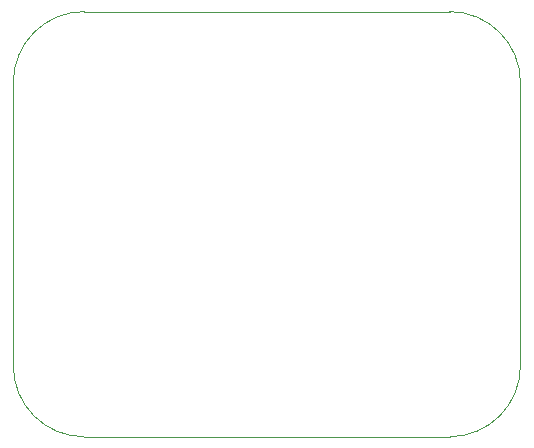
<source format=gbr>
G04 #@! TF.GenerationSoftware,KiCad,Pcbnew,(5.1.5)-3*
G04 #@! TF.CreationDate,2021-03-10T17:51:43-05:00*
G04 #@! TF.ProjectId,DiffProbe,44696666-5072-46f6-9265-2e6b69636164,X1*
G04 #@! TF.SameCoordinates,Original*
G04 #@! TF.FileFunction,Profile,NP*
%FSLAX46Y46*%
G04 Gerber Fmt 4.6, Leading zero omitted, Abs format (unit mm)*
G04 Created by KiCad (PCBNEW (5.1.5)-3) date 2021-03-10 17:51:43*
%MOMM*%
%LPD*%
G04 APERTURE LIST*
%ADD10C,0.100000*%
G04 APERTURE END LIST*
D10*
X37000000Y-36000000D02*
X6000000Y-36000000D01*
X6000000Y0D02*
X36936000Y0D01*
X42936000Y-6000000D02*
X42936000Y-30000000D01*
X0Y-30000000D02*
X0Y-6000000D01*
X0Y-30000000D02*
G75*
G03X6000000Y-36000000I6000000J0D01*
G01*
X36999996Y-35999659D02*
G75*
G03X42936000Y-30000000I-63996J5999659D01*
G01*
X42936000Y-6000000D02*
G75*
G03X36936000Y0I-6000000J0D01*
G01*
X6000000Y0D02*
G75*
G03X0Y-6000000I0J-6000000D01*
G01*
M02*

</source>
